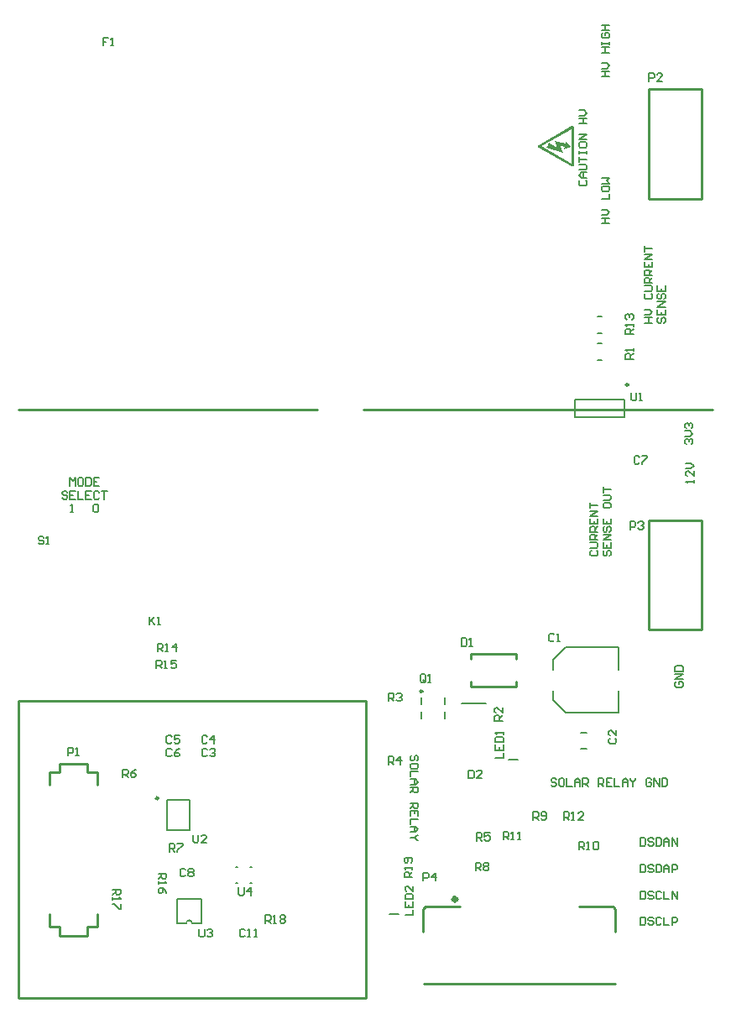
<source format=gto>
G04*
G04 #@! TF.GenerationSoftware,Altium Limited,Altium Designer,18.1.7 (191)*
G04*
G04 Layer_Color=65535*
%FSLAX25Y25*%
%MOIN*%
G70*
G01*
G75*
%ADD10C,0.01968*%
%ADD11C,0.00984*%
%ADD12C,0.00394*%
%ADD13C,0.00787*%
%ADD14C,0.00591*%
%ADD15C,0.01000*%
%ADD16C,0.00669*%
G36*
X219985Y346463D02*
X220080Y346451D01*
X220187Y346404D01*
X220211Y346392D01*
X220270Y346356D01*
X220342Y346285D01*
X220401Y346201D01*
X220413Y346178D01*
X220437Y346106D01*
X220461Y345999D01*
X220472Y345845D01*
Y330839D01*
X220461Y330755D01*
X220437Y330672D01*
X220389Y330577D01*
X220377Y330565D01*
X220330Y330517D01*
X220258Y330458D01*
X220175Y330398D01*
X220151Y330386D01*
X220092Y330363D01*
X220008Y330327D01*
X219913Y330315D01*
X219901D01*
X219889D01*
X219818D01*
X219735Y330327D01*
X219663Y330351D01*
X219651Y330363D01*
X219628Y330375D01*
X219592Y330398D01*
X219568Y330434D01*
X206466Y337919D01*
X206442Y337931D01*
X206395Y337979D01*
X206335Y338038D01*
X206264Y338109D01*
X206252Y338133D01*
X206216Y338193D01*
X206181Y338300D01*
X206169Y338443D01*
Y338514D01*
X206181Y338574D01*
X206204Y338669D01*
X206228Y338728D01*
X206264Y338764D01*
X206276Y338788D01*
X206323Y338824D01*
X206395Y338883D01*
X206466Y338931D01*
X219604Y346416D01*
X219616Y346428D01*
X219675Y346451D01*
X219758Y346463D01*
X219889Y346475D01*
X219901D01*
X219913D01*
X219985Y346463D01*
D02*
G37*
%LPC*%
G36*
X219449Y345130D02*
X207609Y338455D01*
X219449Y331636D01*
Y345130D01*
D02*
G37*
%LPD*%
G36*
X217188Y339347D02*
X217271Y340406D01*
X219366Y338121D01*
X216438Y337265D01*
X216902Y338181D01*
X214999Y338693D01*
X216153Y335765D01*
X209643Y337919D01*
X210310Y338669D01*
X210417Y339728D01*
X213832Y337836D01*
X212785Y340490D01*
X217188Y339347D01*
D02*
G37*
D10*
X173827Y39370D02*
G03*
X173827Y39370I-599J0D01*
G01*
D11*
X160417Y121913D02*
G03*
X160417Y121913I-492J0D01*
G01*
X242165Y243677D02*
G03*
X242165Y243677I-492J0D01*
G01*
X55453Y79488D02*
G03*
X55453Y79488I-492J0D01*
G01*
D12*
X84867Y51197D02*
G03*
X84867Y51197I-197J0D01*
G01*
D13*
X68844Y29741D02*
G03*
X66589Y29741I-1127J214D01*
G01*
X159843Y116732D02*
Y119488D01*
Y111221D02*
Y113976D01*
X169291Y111221D02*
Y113976D01*
Y116732D02*
Y119488D01*
X220984Y237772D02*
X240669D01*
X220984Y230685D02*
X240669D01*
Y237772D01*
X220984Y230685D02*
Y237772D01*
X229921Y260023D02*
X231496D01*
X229921Y253527D02*
X231496D01*
X175984Y117071D02*
X185684D01*
X58858Y66831D02*
X67913D01*
X58858Y78839D02*
X67913D01*
Y66831D02*
Y78839D01*
X58858Y66831D02*
Y78839D01*
X223228Y105512D02*
X225590D01*
X223228Y99213D02*
X225590D01*
X212205Y130610D02*
Y134400D01*
X217175Y139370D01*
X212205Y118356D02*
X217175Y113386D01*
X212205Y118356D02*
Y122146D01*
X217175Y139370D02*
X238189D01*
Y130610D02*
Y139370D01*
Y113386D02*
Y122146D01*
X217175Y113386D02*
X238189D01*
X229921Y270669D02*
X231496D01*
X229921Y264173D02*
X231496D01*
X91946Y52067D02*
X92733D01*
X91946Y45965D02*
X92733D01*
X86237D02*
X87025D01*
X86237Y52067D02*
X87025D01*
X72441Y29724D02*
Y39567D01*
X62992D02*
X72441D01*
X62992Y29724D02*
Y39567D01*
Y29724D02*
X66589D01*
X68844D02*
X72441D01*
D14*
X147373Y33332D02*
X150958D01*
X194617Y94946D02*
X198202D01*
X227417Y177886D02*
X226892Y177362D01*
Y176312D01*
X227417Y175787D01*
X229516D01*
X230041Y176312D01*
Y177362D01*
X229516Y177886D01*
X226892Y178936D02*
X229516D01*
X230041Y179461D01*
Y180510D01*
X229516Y181035D01*
X226892D01*
X230041Y182085D02*
X226892D01*
Y183659D01*
X227417Y184184D01*
X228466D01*
X228991Y183659D01*
Y182085D01*
Y183134D02*
X230041Y184184D01*
Y185233D02*
X226892D01*
Y186808D01*
X227417Y187332D01*
X228466D01*
X228991Y186808D01*
Y185233D01*
Y186283D02*
X230041Y187332D01*
X226892Y190481D02*
Y188382D01*
X230041D01*
Y190481D01*
X228466Y188382D02*
Y189431D01*
X230041Y191530D02*
X226892D01*
X230041Y193629D01*
X226892D01*
Y194679D02*
Y196778D01*
Y195729D01*
X230041D01*
X232612Y177886D02*
X232088Y177362D01*
Y176312D01*
X232612Y175787D01*
X233137D01*
X233662Y176312D01*
Y177362D01*
X234187Y177886D01*
X234712D01*
X235236Y177362D01*
Y176312D01*
X234712Y175787D01*
X232088Y181035D02*
Y178936D01*
X235236D01*
Y181035D01*
X233662Y178936D02*
Y179985D01*
X235236Y182085D02*
X232088D01*
X235236Y184184D01*
X232088D01*
X232612Y187332D02*
X232088Y186808D01*
Y185758D01*
X232612Y185233D01*
X233137D01*
X233662Y185758D01*
Y186808D01*
X234187Y187332D01*
X234712D01*
X235236Y186808D01*
Y185758D01*
X234712Y185233D01*
X232088Y190481D02*
Y188382D01*
X235236D01*
Y190481D01*
X233662Y188382D02*
Y189431D01*
X232088Y196253D02*
Y195204D01*
X232612Y194679D01*
X234712D01*
X235236Y195204D01*
Y196253D01*
X234712Y196778D01*
X232612D01*
X232088Y196253D01*
Y197827D02*
X234712D01*
X235236Y198352D01*
Y199402D01*
X234712Y199927D01*
X232088D01*
Y200976D02*
Y203075D01*
Y202026D01*
X235236D01*
X20409Y203501D02*
Y206650D01*
X21458Y205601D01*
X22508Y206650D01*
Y203501D01*
X25132Y206650D02*
X24082D01*
X23557Y206125D01*
Y204026D01*
X24082Y203501D01*
X25132D01*
X25656Y204026D01*
Y206125D01*
X25132Y206650D01*
X26706D02*
Y203501D01*
X28280D01*
X28805Y204026D01*
Y206125D01*
X28280Y206650D01*
X26706D01*
X31953D02*
X29855D01*
Y203501D01*
X31953D01*
X29855Y205076D02*
X30904D01*
X19359Y200930D02*
X18834Y201454D01*
X17785D01*
X17260Y200930D01*
Y200405D01*
X17785Y199880D01*
X18834D01*
X19359Y199355D01*
Y198831D01*
X18834Y198306D01*
X17785D01*
X17260Y198831D01*
X22508Y201454D02*
X20409D01*
Y198306D01*
X22508D01*
X20409Y199880D02*
X21458D01*
X23557Y201454D02*
Y198306D01*
X25656D01*
X28805Y201454D02*
X26706D01*
Y198306D01*
X28805D01*
X26706Y199880D02*
X27755D01*
X31953Y200930D02*
X31429Y201454D01*
X30379D01*
X29855Y200930D01*
Y198831D01*
X30379Y198306D01*
X31429D01*
X31953Y198831D01*
X33003Y201454D02*
X35102D01*
X34053D01*
Y198306D01*
X20671Y193110D02*
X21721D01*
X21196D01*
Y196259D01*
X20671Y195734D01*
X29592D02*
X30117Y196259D01*
X31166D01*
X31691Y195734D01*
Y193635D01*
X31166Y193110D01*
X30117D01*
X29592Y193635D01*
Y195734D01*
X248546Y268307D02*
X251694D01*
X250120D01*
Y270406D01*
X248546D01*
X251694D01*
X248546Y271456D02*
X250645D01*
X251694Y272505D01*
X250645Y273555D01*
X248546D01*
X249070Y279852D02*
X248546Y279327D01*
Y278278D01*
X249070Y277753D01*
X251169D01*
X251694Y278278D01*
Y279327D01*
X251169Y279852D01*
X248546Y280901D02*
X251169D01*
X251694Y281426D01*
Y282476D01*
X251169Y283000D01*
X248546D01*
X251694Y284050D02*
X248546D01*
Y285624D01*
X249070Y286149D01*
X250120D01*
X250645Y285624D01*
Y284050D01*
Y285100D02*
X251694Y286149D01*
Y287199D02*
X248546D01*
Y288773D01*
X249070Y289298D01*
X250120D01*
X250645Y288773D01*
Y287199D01*
Y288248D02*
X251694Y289298D01*
X248546Y292446D02*
Y290347D01*
X251694D01*
Y292446D01*
X250120Y290347D02*
Y291397D01*
X251694Y293496D02*
X248546D01*
X251694Y295595D01*
X248546D01*
Y296644D02*
Y298743D01*
Y297694D01*
X251694D01*
X254266Y270406D02*
X253741Y269881D01*
Y268832D01*
X254266Y268307D01*
X254791D01*
X255315Y268832D01*
Y269881D01*
X255840Y270406D01*
X256365D01*
X256890Y269881D01*
Y268832D01*
X256365Y268307D01*
X253741Y273555D02*
Y271456D01*
X256890D01*
Y273555D01*
X255315Y271456D02*
Y272505D01*
X256890Y274604D02*
X253741D01*
X256890Y276703D01*
X253741D01*
X254266Y279852D02*
X253741Y279327D01*
Y278278D01*
X254266Y277753D01*
X254791D01*
X255315Y278278D01*
Y279327D01*
X255840Y279852D01*
X256365D01*
X256890Y279327D01*
Y278278D01*
X256365Y277753D01*
X253741Y283000D02*
Y280901D01*
X256890D01*
Y283000D01*
X255315Y280901D02*
Y281951D01*
X156299Y48031D02*
X153151D01*
Y49606D01*
X153675Y50131D01*
X154725D01*
X155250Y49606D01*
Y48031D01*
Y49081D02*
X156299Y50131D01*
Y51180D02*
Y52230D01*
Y51705D01*
X153151D01*
X153675Y51180D01*
X155774Y53804D02*
X156299Y54329D01*
Y55378D01*
X155774Y55903D01*
X153675D01*
X153151Y55378D01*
Y54329D01*
X153675Y53804D01*
X154200D01*
X154725Y54329D01*
Y55903D01*
X153505Y33071D02*
X156653D01*
Y35170D01*
X153505Y38318D02*
Y36219D01*
X156653D01*
Y38318D01*
X155079Y36219D02*
Y37269D01*
X153505Y39368D02*
X156653D01*
Y40942D01*
X156129Y41467D01*
X154030D01*
X153505Y40942D01*
Y39368D01*
X156653Y44616D02*
Y42517D01*
X154554Y44616D01*
X154030D01*
X153505Y44091D01*
Y43041D01*
X154030Y42517D01*
X69291Y64960D02*
Y62336D01*
X69816Y61811D01*
X70866D01*
X71390Y62336D01*
Y64960D01*
X74539Y61811D02*
X72440D01*
X74539Y63910D01*
Y64435D01*
X74014Y64960D01*
X72965D01*
X72440Y64435D01*
X216535Y70866D02*
Y74015D01*
X218110D01*
X218635Y73490D01*
Y72440D01*
X218110Y71916D01*
X216535D01*
X217585D02*
X218635Y70866D01*
X219684D02*
X220734D01*
X220209D01*
Y74015D01*
X219684Y73490D01*
X224407Y70866D02*
X222308D01*
X224407Y72965D01*
Y73490D01*
X223882Y74015D01*
X222833D01*
X222308Y73490D01*
X192520Y63009D02*
Y66158D01*
X194094D01*
X194619Y65633D01*
Y64583D01*
X194094Y64058D01*
X192520D01*
X193569D02*
X194619Y63009D01*
X195668D02*
X196718D01*
X196193D01*
Y66158D01*
X195668Y65633D01*
X198292Y63009D02*
X199342D01*
X198817D01*
Y66158D01*
X198292Y65633D01*
X222441Y59055D02*
Y62204D01*
X224015D01*
X224540Y61679D01*
Y60629D01*
X224015Y60105D01*
X222441D01*
X223491D02*
X224540Y59055D01*
X225589D02*
X226639D01*
X226114D01*
Y62204D01*
X225589Y61679D01*
X228213D02*
X228738Y62204D01*
X229788D01*
X230312Y61679D01*
Y59580D01*
X229788Y59055D01*
X228738D01*
X228213Y59580D01*
Y61679D01*
X204331Y70866D02*
Y74015D01*
X205905D01*
X206430Y73490D01*
Y72440D01*
X205905Y71916D01*
X204331D01*
X205380D02*
X206430Y70866D01*
X207479Y71391D02*
X208004Y70866D01*
X209054D01*
X209578Y71391D01*
Y73490D01*
X209054Y74015D01*
X208004D01*
X207479Y73490D01*
Y72965D01*
X208004Y72440D01*
X209578D01*
X181496Y50787D02*
Y53936D01*
X183070D01*
X183595Y53411D01*
Y52362D01*
X183070Y51837D01*
X181496D01*
X182546D02*
X183595Y50787D01*
X184645Y53411D02*
X185169Y53936D01*
X186219D01*
X186744Y53411D01*
Y52886D01*
X186219Y52362D01*
X186744Y51837D01*
Y51312D01*
X186219Y50787D01*
X185169D01*
X184645Y51312D01*
Y51837D01*
X185169Y52362D01*
X184645Y52886D01*
Y53411D01*
X185169Y52362D02*
X186219D01*
X59842Y58268D02*
Y61416D01*
X61417D01*
X61942Y60891D01*
Y59842D01*
X61417Y59317D01*
X59842D01*
X60892D02*
X61942Y58268D01*
X62991Y61416D02*
X65090D01*
Y60891D01*
X62991Y58793D01*
Y58268D01*
X41339Y87795D02*
Y90944D01*
X42913D01*
X43438Y90419D01*
Y89370D01*
X42913Y88845D01*
X41339D01*
X42388D02*
X43438Y87795D01*
X46586Y90944D02*
X45537Y90419D01*
X44487Y89370D01*
Y88320D01*
X45012Y87795D01*
X46062D01*
X46586Y88320D01*
Y88845D01*
X46062Y89370D01*
X44487D01*
X181890Y62615D02*
Y65764D01*
X183464D01*
X183989Y65239D01*
Y64189D01*
X183464Y63665D01*
X181890D01*
X182939D02*
X183989Y62615D01*
X187137Y65764D02*
X185038D01*
Y64189D01*
X186088Y64714D01*
X186613D01*
X187137Y64189D01*
Y63140D01*
X186613Y62615D01*
X185563D01*
X185038Y63140D01*
X160742Y46712D02*
Y49860D01*
X162317D01*
X162842Y49336D01*
Y48286D01*
X162317Y47761D01*
X160742D01*
X165465Y46712D02*
Y49860D01*
X163891Y48286D01*
X165990D01*
X51968Y151574D02*
Y148425D01*
Y149475D01*
X54068Y151574D01*
X52493Y149999D01*
X54068Y148425D01*
X55117D02*
X56167D01*
X55642D01*
Y151574D01*
X55117Y151049D01*
X35564Y381495D02*
X33465D01*
Y379921D01*
X34514D01*
X33465D01*
Y378346D01*
X36613D02*
X37663D01*
X37138D01*
Y381495D01*
X36613Y380970D01*
X60760Y98687D02*
X60236Y99212D01*
X59186D01*
X58661Y98687D01*
Y96588D01*
X59186Y96063D01*
X60236D01*
X60760Y96588D01*
X63909Y99212D02*
X62859Y98687D01*
X61810Y97637D01*
Y96588D01*
X62335Y96063D01*
X63384D01*
X63909Y96588D01*
Y97113D01*
X63384Y97637D01*
X61810D01*
X60760Y103805D02*
X60236Y104330D01*
X59186D01*
X58661Y103805D01*
Y101706D01*
X59186Y101181D01*
X60236D01*
X60760Y101706D01*
X63909Y104330D02*
X61810D01*
Y102755D01*
X62859Y103280D01*
X63384D01*
X63909Y102755D01*
Y101706D01*
X63384Y101181D01*
X62335D01*
X61810Y101706D01*
X74934Y103805D02*
X74409Y104330D01*
X73359D01*
X72835Y103805D01*
Y101706D01*
X73359Y101181D01*
X74409D01*
X74934Y101706D01*
X77557Y101181D02*
Y104330D01*
X75983Y102755D01*
X78082D01*
X74934Y98687D02*
X74409Y99212D01*
X73359D01*
X72835Y98687D01*
Y96588D01*
X73359Y96063D01*
X74409D01*
X74934Y96588D01*
X75983Y98687D02*
X76508Y99212D01*
X77557D01*
X78082Y98687D01*
Y98162D01*
X77557Y97637D01*
X77033D01*
X77557D01*
X78082Y97113D01*
Y96588D01*
X77557Y96063D01*
X76508D01*
X75983Y96588D01*
X19575Y96375D02*
Y99523D01*
X21149D01*
X21674Y98999D01*
Y97949D01*
X21149Y97424D01*
X19575D01*
X22723Y96375D02*
X23773D01*
X23248D01*
Y99523D01*
X22723Y98999D01*
X212729Y144356D02*
X212204Y144881D01*
X211155D01*
X210630Y144356D01*
Y142257D01*
X211155Y141732D01*
X212204D01*
X212729Y142257D01*
X213778Y141732D02*
X214828D01*
X214303D01*
Y144881D01*
X213778Y144356D01*
X234778Y103280D02*
X234253Y102755D01*
Y101706D01*
X234778Y101181D01*
X236877D01*
X237402Y101706D01*
Y102755D01*
X236877Y103280D01*
X237402Y106429D02*
Y104330D01*
X235302Y106429D01*
X234778D01*
X234253Y105904D01*
Y104854D01*
X234778Y104330D01*
X175898Y143091D02*
Y139943D01*
X177472D01*
X177997Y140467D01*
Y142566D01*
X177472Y143091D01*
X175898D01*
X179046Y139943D02*
X180096D01*
X179571D01*
Y143091D01*
X179046Y142566D01*
X178740Y90550D02*
Y87402D01*
X180315D01*
X180839Y87926D01*
Y90025D01*
X180315Y90550D01*
X178740D01*
X183988Y87402D02*
X181889D01*
X183988Y89501D01*
Y90025D01*
X183463Y90550D01*
X182413D01*
X181889Y90025D01*
X189371Y95472D02*
X192520D01*
Y97571D01*
X189371Y100720D02*
Y98621D01*
X192520D01*
Y100720D01*
X190945Y98621D02*
Y99671D01*
X189371Y101770D02*
X192520D01*
Y103344D01*
X191995Y103869D01*
X189896D01*
X189371Y103344D01*
Y101770D01*
X192520Y104918D02*
Y105968D01*
Y105443D01*
X189371D01*
X189896Y104918D01*
X250338Y364306D02*
Y367455D01*
X251912D01*
X252437Y366930D01*
Y365881D01*
X251912Y365356D01*
X250338D01*
X255585Y364306D02*
X253486D01*
X255585Y366405D01*
Y366930D01*
X255061Y367455D01*
X254011D01*
X253486Y366930D01*
X242913Y186221D02*
Y189369D01*
X244488D01*
X245012Y188844D01*
Y187795D01*
X244488Y187270D01*
X242913D01*
X246062Y188844D02*
X246587Y189369D01*
X247636D01*
X248161Y188844D01*
Y188320D01*
X247636Y187795D01*
X247112D01*
X247636D01*
X248161Y187270D01*
Y186745D01*
X247636Y186221D01*
X246587D01*
X246062Y186745D01*
X161645Y126051D02*
Y128150D01*
X161120Y128675D01*
X160071D01*
X159546Y128150D01*
Y126051D01*
X160071Y125526D01*
X161120D01*
X160595Y126576D02*
X161645Y125526D01*
X161120D02*
X161645Y126051D01*
X162694Y125526D02*
X163744D01*
X163219D01*
Y128675D01*
X162694Y128150D01*
X244094Y253937D02*
X240946D01*
Y255511D01*
X241471Y256036D01*
X242520D01*
X243045Y255511D01*
Y253937D01*
Y254987D02*
X244094Y256036D01*
Y257086D02*
Y258135D01*
Y257610D01*
X240946D01*
X241471Y257086D01*
X192126Y110236D02*
X188977D01*
Y111811D01*
X189502Y112335D01*
X190552D01*
X191076Y111811D01*
Y110236D01*
Y111286D02*
X192126Y112335D01*
Y115484D02*
Y113385D01*
X190027Y115484D01*
X189502D01*
X188977Y114959D01*
Y113910D01*
X189502Y113385D01*
X146896Y118039D02*
Y121187D01*
X148471D01*
X148995Y120663D01*
Y119613D01*
X148471Y119088D01*
X146896D01*
X147946D02*
X148995Y118039D01*
X150045Y120663D02*
X150570Y121187D01*
X151619D01*
X152144Y120663D01*
Y120138D01*
X151619Y119613D01*
X151094D01*
X151619D01*
X152144Y119088D01*
Y118564D01*
X151619Y118039D01*
X150570D01*
X150045Y118564D01*
X146850Y92913D02*
Y96062D01*
X148425D01*
X148950Y95537D01*
Y94488D01*
X148425Y93963D01*
X146850D01*
X147900D02*
X148950Y92913D01*
X151573D02*
Y96062D01*
X149999Y94488D01*
X152098D01*
X231497Y366142D02*
X234646D01*
X233071D01*
Y368241D01*
X231497D01*
X234646D01*
X231497Y369290D02*
X233596D01*
X234646Y370340D01*
X233596Y371389D01*
X231497D01*
Y375588D02*
X234646D01*
X233071D01*
Y377687D01*
X231497D01*
X234646D01*
X231497Y378736D02*
Y379786D01*
Y379261D01*
X234646D01*
Y378736D01*
Y379786D01*
X232022Y383459D02*
X231497Y382934D01*
Y381885D01*
X232022Y381360D01*
X234121D01*
X234646Y381885D01*
Y382934D01*
X234121Y383459D01*
X233071D01*
Y382410D01*
X231497Y384508D02*
X234646D01*
X233071D01*
Y386608D01*
X231497D01*
X234646D01*
X231497Y307874D02*
X234646D01*
X233071D01*
Y309973D01*
X231497D01*
X234646D01*
X231497Y311023D02*
X233596D01*
X234646Y312072D01*
X233596Y313122D01*
X231497D01*
Y317320D02*
X234646D01*
Y319419D01*
X231497Y322043D02*
Y320993D01*
X232022Y320468D01*
X234121D01*
X234646Y320993D01*
Y322043D01*
X234121Y322567D01*
X232022D01*
X231497Y322043D01*
Y323617D02*
X234646D01*
X233596Y324667D01*
X234646Y325716D01*
X231497D01*
X213516Y86876D02*
X212992Y87401D01*
X211942D01*
X211417Y86876D01*
Y86351D01*
X211942Y85826D01*
X212992D01*
X213516Y85302D01*
Y84777D01*
X212992Y84252D01*
X211942D01*
X211417Y84777D01*
X216140Y87401D02*
X215091D01*
X214566Y86876D01*
Y84777D01*
X215091Y84252D01*
X216140D01*
X216665Y84777D01*
Y86876D01*
X216140Y87401D01*
X217715D02*
Y84252D01*
X219814D01*
X220863D02*
Y86351D01*
X221913Y87401D01*
X222962Y86351D01*
Y84252D01*
Y85826D01*
X220863D01*
X224012Y84252D02*
Y87401D01*
X225586D01*
X226111Y86876D01*
Y85826D01*
X225586Y85302D01*
X224012D01*
X225061D02*
X226111Y84252D01*
X230309D02*
Y87401D01*
X231883D01*
X232408Y86876D01*
Y85826D01*
X231883Y85302D01*
X230309D01*
X231358D02*
X232408Y84252D01*
X235557Y87401D02*
X233457D01*
Y84252D01*
X235557D01*
X233457Y85826D02*
X234507D01*
X236606Y87401D02*
Y84252D01*
X238705D01*
X239755D02*
Y86351D01*
X240804Y87401D01*
X241854Y86351D01*
Y84252D01*
Y85826D01*
X239755D01*
X242903Y87401D02*
Y86876D01*
X243953Y85826D01*
X245002Y86876D01*
Y87401D01*
X243953Y85826D02*
Y84252D01*
X251300Y86876D02*
X250775Y87401D01*
X249725D01*
X249200Y86876D01*
Y84777D01*
X249725Y84252D01*
X250775D01*
X251300Y84777D01*
Y85826D01*
X250250D01*
X252349Y84252D02*
Y87401D01*
X254448Y84252D01*
Y87401D01*
X255498D02*
Y84252D01*
X257072D01*
X257597Y84777D01*
Y86876D01*
X257072Y87401D01*
X255498D01*
X158136Y94358D02*
X158660Y94882D01*
Y95932D01*
X158136Y96457D01*
X157611D01*
X157086Y95932D01*
Y94882D01*
X156561Y94358D01*
X156037D01*
X155512Y94882D01*
Y95932D01*
X156037Y96457D01*
X158660Y91734D02*
Y92783D01*
X158136Y93308D01*
X156037D01*
X155512Y92783D01*
Y91734D01*
X156037Y91209D01*
X158136D01*
X158660Y91734D01*
Y90159D02*
X155512D01*
Y88060D01*
Y87011D02*
X157611D01*
X158660Y85961D01*
X157611Y84912D01*
X155512D01*
X157086D01*
Y87011D01*
X155512Y83862D02*
X158660D01*
Y82288D01*
X158136Y81763D01*
X157086D01*
X156561Y82288D01*
Y83862D01*
Y82813D02*
X155512Y81763D01*
Y77565D02*
X158660D01*
Y75991D01*
X158136Y75466D01*
X157086D01*
X156561Y75991D01*
Y77565D01*
Y76516D02*
X155512Y75466D01*
X158660Y72317D02*
Y74417D01*
X155512D01*
Y72317D01*
X157086Y74417D02*
Y73367D01*
X158660Y71268D02*
X155512D01*
Y69169D01*
Y68119D02*
X157611D01*
X158660Y67070D01*
X157611Y66020D01*
X155512D01*
X157086D01*
Y68119D01*
X158660Y64971D02*
X158136D01*
X157086Y63921D01*
X158136Y62872D01*
X158660D01*
X157086Y63921D02*
X155512D01*
X261156Y125721D02*
X260631Y125196D01*
Y124147D01*
X261156Y123622D01*
X263255D01*
X263779Y124147D01*
Y125196D01*
X263255Y125721D01*
X262205D01*
Y124672D01*
X263779Y126771D02*
X260631D01*
X263779Y128870D01*
X260631D01*
Y129919D02*
X263779D01*
Y131493D01*
X263255Y132018D01*
X261156D01*
X260631Y131493D01*
Y129919D01*
X268110Y204724D02*
Y205774D01*
Y205249D01*
X264962D01*
X265486Y204724D01*
X268110Y209447D02*
Y207348D01*
X266011Y209447D01*
X265486D01*
X264962Y208923D01*
Y207873D01*
X265486Y207348D01*
X264962Y210497D02*
X267061D01*
X268110Y211546D01*
X267061Y212596D01*
X264962D01*
X265093Y220079D02*
X264568Y220603D01*
Y221653D01*
X265093Y222178D01*
X265617D01*
X266142Y221653D01*
Y221128D01*
Y221653D01*
X266667Y222178D01*
X267192D01*
X267717Y221653D01*
Y220603D01*
X267192Y220079D01*
X264568Y223227D02*
X266667D01*
X267717Y224277D01*
X266667Y225326D01*
X264568D01*
X265093Y226376D02*
X264568Y226901D01*
Y227950D01*
X265093Y228475D01*
X265617D01*
X266142Y227950D01*
Y227426D01*
Y227950D01*
X266667Y228475D01*
X267192D01*
X267717Y227950D01*
Y226901D01*
X267192Y226376D01*
X246850Y32283D02*
Y29134D01*
X248425D01*
X248949Y29659D01*
Y31758D01*
X248425Y32283D01*
X246850D01*
X252098Y31758D02*
X251573Y32283D01*
X250524D01*
X249999Y31758D01*
Y31233D01*
X250524Y30708D01*
X251573D01*
X252098Y30183D01*
Y29659D01*
X251573Y29134D01*
X250524D01*
X249999Y29659D01*
X255247Y31758D02*
X254722Y32283D01*
X253672D01*
X253148Y31758D01*
Y29659D01*
X253672Y29134D01*
X254722D01*
X255247Y29659D01*
X256296Y32283D02*
Y29134D01*
X258395D01*
X259445D02*
Y32283D01*
X261019D01*
X261544Y31758D01*
Y30708D01*
X261019Y30183D01*
X259445D01*
X246850Y42519D02*
Y39370D01*
X248425D01*
X248949Y39895D01*
Y41994D01*
X248425Y42519D01*
X246850D01*
X252098Y41994D02*
X251573Y42519D01*
X250524D01*
X249999Y41994D01*
Y41469D01*
X250524Y40944D01*
X251573D01*
X252098Y40420D01*
Y39895D01*
X251573Y39370D01*
X250524D01*
X249999Y39895D01*
X255247Y41994D02*
X254722Y42519D01*
X253672D01*
X253148Y41994D01*
Y39895D01*
X253672Y39370D01*
X254722D01*
X255247Y39895D01*
X256296Y42519D02*
Y39370D01*
X258395D01*
X259445D02*
Y42519D01*
X261544Y39370D01*
Y42519D01*
X246850Y53149D02*
Y50000D01*
X248425D01*
X248949Y50525D01*
Y52624D01*
X248425Y53149D01*
X246850D01*
X252098Y52624D02*
X251573Y53149D01*
X250524D01*
X249999Y52624D01*
Y52099D01*
X250524Y51574D01*
X251573D01*
X252098Y51050D01*
Y50525D01*
X251573Y50000D01*
X250524D01*
X249999Y50525D01*
X253148Y53149D02*
Y50000D01*
X254722D01*
X255247Y50525D01*
Y52624D01*
X254722Y53149D01*
X253148D01*
X256296Y50000D02*
Y52099D01*
X257346Y53149D01*
X258395Y52099D01*
Y50000D01*
Y51574D01*
X256296D01*
X259445Y50000D02*
Y53149D01*
X261019D01*
X261544Y52624D01*
Y51574D01*
X261019Y51050D01*
X259445D01*
X246850Y63779D02*
Y60630D01*
X248425D01*
X248949Y61155D01*
Y63254D01*
X248425Y63779D01*
X246850D01*
X252098Y63254D02*
X251573Y63779D01*
X250524D01*
X249999Y63254D01*
Y62729D01*
X250524Y62204D01*
X251573D01*
X252098Y61679D01*
Y61155D01*
X251573Y60630D01*
X250524D01*
X249999Y61155D01*
X253148Y63779D02*
Y60630D01*
X254722D01*
X255247Y61155D01*
Y63254D01*
X254722Y63779D01*
X253148D01*
X256296Y60630D02*
Y62729D01*
X257346Y63779D01*
X258395Y62729D01*
Y60630D01*
Y62204D01*
X256296D01*
X259445Y60630D02*
Y63779D01*
X261544Y60630D01*
Y63779D01*
X243307Y240550D02*
Y237926D01*
X243832Y237402D01*
X244881D01*
X245406Y237926D01*
Y240550D01*
X246456Y237402D02*
X247505D01*
X246981D01*
Y240550D01*
X246456Y240025D01*
X246587Y214828D02*
X246062Y215353D01*
X245013D01*
X244488Y214828D01*
Y212730D01*
X245013Y212205D01*
X246062D01*
X246587Y212730D01*
X247637Y215353D02*
X249736D01*
Y214828D01*
X247637Y212730D01*
Y212205D01*
X244094Y263779D02*
X240946D01*
Y265354D01*
X241471Y265879D01*
X242520D01*
X243045Y265354D01*
Y263779D01*
Y264829D02*
X244094Y265879D01*
Y266928D02*
Y267978D01*
Y267453D01*
X240946D01*
X241471Y266928D01*
Y269552D02*
X240946Y270077D01*
Y271126D01*
X241471Y271651D01*
X241995D01*
X242520Y271126D01*
Y270602D01*
Y271126D01*
X243045Y271651D01*
X243570D01*
X244094Y271126D01*
Y270077D01*
X243570Y269552D01*
X55118Y137795D02*
Y140944D01*
X56692D01*
X57217Y140419D01*
Y139370D01*
X56692Y138845D01*
X55118D01*
X56168D02*
X57217Y137795D01*
X58267D02*
X59316D01*
X58792D01*
Y140944D01*
X58267Y140419D01*
X62465Y137795D02*
Y140944D01*
X60891Y139370D01*
X62990D01*
X54724Y131086D02*
Y134234D01*
X56299D01*
X56823Y133710D01*
Y132660D01*
X56299Y132135D01*
X54724D01*
X55774D02*
X56823Y131086D01*
X57873D02*
X58922D01*
X58398D01*
Y134234D01*
X57873Y133710D01*
X62596Y134234D02*
X60497D01*
Y132660D01*
X61546Y133185D01*
X62071D01*
X62596Y132660D01*
Y131610D01*
X62071Y131086D01*
X61022D01*
X60497Y131610D01*
X9973Y182939D02*
X9448Y183464D01*
X8399D01*
X7874Y182939D01*
Y182414D01*
X8399Y181889D01*
X9448D01*
X9973Y181365D01*
Y180840D01*
X9448Y180315D01*
X8399D01*
X7874Y180840D01*
X11023Y180315D02*
X12072D01*
X11547D01*
Y183464D01*
X11023Y182939D01*
X66272Y51049D02*
X65747Y51574D01*
X64698D01*
X64173Y51049D01*
Y48950D01*
X64698Y48425D01*
X65747D01*
X66272Y48950D01*
X67322Y51049D02*
X67847Y51574D01*
X68896D01*
X69421Y51049D01*
Y50524D01*
X68896Y49999D01*
X69421Y49475D01*
Y48950D01*
X68896Y48425D01*
X67847D01*
X67322Y48950D01*
Y49475D01*
X67847Y49999D01*
X67322Y50524D01*
Y51049D01*
X67847Y49999D02*
X68896D01*
X71653Y27558D02*
Y24934D01*
X72178Y24409D01*
X73228D01*
X73753Y24934D01*
Y27558D01*
X74802Y27033D02*
X75327Y27558D01*
X76376D01*
X76901Y27033D01*
Y26509D01*
X76376Y25984D01*
X75852D01*
X76376D01*
X76901Y25459D01*
Y24934D01*
X76376Y24409D01*
X75327D01*
X74802Y24934D01*
X87402Y44093D02*
Y41470D01*
X87926Y40945D01*
X88976D01*
X89501Y41470D01*
Y44093D01*
X92124Y40945D02*
Y44093D01*
X90550Y42519D01*
X92649D01*
X55512Y49606D02*
X58660D01*
Y48032D01*
X58136Y47507D01*
X57086D01*
X56561Y48032D01*
Y49606D01*
Y48557D02*
X55512Y47507D01*
Y46458D02*
Y45408D01*
Y45933D01*
X58660D01*
X58136Y46458D01*
X58660Y41735D02*
X58136Y42784D01*
X57086Y43834D01*
X56037D01*
X55512Y43309D01*
Y42260D01*
X56037Y41735D01*
X56561D01*
X57086Y42260D01*
Y43834D01*
X37402Y43307D02*
X40550D01*
Y41733D01*
X40025Y41208D01*
X38976D01*
X38451Y41733D01*
Y43307D01*
Y42258D02*
X37402Y41208D01*
Y40159D02*
Y39109D01*
Y39634D01*
X40550D01*
X40025Y40159D01*
X40550Y37535D02*
Y35436D01*
X40025D01*
X37926Y37535D01*
X37402D01*
X89894Y27033D02*
X89370Y27558D01*
X88320D01*
X87795Y27033D01*
Y24934D01*
X88320Y24409D01*
X89370D01*
X89894Y24934D01*
X90944Y24409D02*
X91993D01*
X91469D01*
Y27558D01*
X90944Y27033D01*
X93568Y24409D02*
X94617D01*
X94093D01*
Y27558D01*
X93568Y27033D01*
X98032Y29921D02*
Y33070D01*
X99606D01*
X100131Y32545D01*
Y31496D01*
X99606Y30971D01*
X98032D01*
X99081D02*
X100131Y29921D01*
X101180D02*
X102230D01*
X101705D01*
Y33070D01*
X101180Y32545D01*
X103804D02*
X104329Y33070D01*
X105378D01*
X105903Y32545D01*
Y32020D01*
X105378Y31496D01*
X105903Y30971D01*
Y30446D01*
X105378Y29921D01*
X104329D01*
X103804Y30446D01*
Y30971D01*
X104329Y31496D01*
X103804Y32020D01*
Y32545D01*
X104329Y31496D02*
X105378D01*
D15*
X137008Y233858D02*
X275590D01*
X16142Y93307D02*
X27165D01*
Y89764D02*
X31102D01*
X16142D02*
Y93307D01*
X12205Y89764D02*
X16142D01*
X27165D02*
Y93307D01*
X16142Y24803D02*
Y28346D01*
X27165D02*
X31102D01*
X27165Y24803D02*
Y28346D01*
X12205D02*
X16142D01*
Y24803D02*
X27165D01*
X12205Y84646D02*
Y89764D01*
X31102Y84646D02*
Y89764D01*
X12205Y28346D02*
Y33465D01*
X31102Y28346D02*
Y33465D01*
X0Y0D02*
X137795D01*
Y118110D01*
X0D02*
X137795D01*
X0Y0D02*
Y118110D01*
X160827Y5906D02*
X237008D01*
Y26575D02*
Y35433D01*
X160630Y26575D02*
Y35433D01*
X161417Y36417D02*
X175197D01*
X222441D02*
X236221D01*
X160630Y35433D02*
Y35630D01*
X161417Y36417D01*
X236221Y36220D02*
Y36417D01*
Y36220D02*
X237008Y35433D01*
X179587Y134815D02*
Y136815D01*
Y123815D02*
Y125815D01*
X197587Y134815D02*
Y136815D01*
X179587D02*
X197587D01*
Y123815D02*
Y125815D01*
X179587Y123815D02*
X197587D01*
X271142Y328740D02*
Y361199D01*
X250276Y317599D02*
Y361199D01*
X271142D01*
X250276Y317599D02*
X271142D01*
Y332677D01*
Y157480D02*
Y189939D01*
X250276Y146339D02*
Y189939D01*
X271142D01*
X250276Y146339D02*
X271142D01*
Y161417D01*
X0Y233858D02*
X118504D01*
D16*
X223065Y324840D02*
X222540Y324315D01*
Y323266D01*
X223065Y322741D01*
X225164D01*
X225689Y323266D01*
Y324315D01*
X225164Y324840D01*
X225689Y325890D02*
X223589D01*
X222540Y326939D01*
X223589Y327989D01*
X225689D01*
X224114D01*
Y325890D01*
X222540Y329038D02*
X225164D01*
X225689Y329563D01*
Y330612D01*
X225164Y331137D01*
X222540D01*
Y332187D02*
Y334286D01*
Y333236D01*
X225689D01*
X222540Y335335D02*
Y336385D01*
Y335860D01*
X225689D01*
Y335335D01*
Y336385D01*
X222540Y339533D02*
Y338484D01*
X223065Y337959D01*
X225164D01*
X225689Y338484D01*
Y339533D01*
X225164Y340058D01*
X223065D01*
X222540Y339533D01*
X225689Y341108D02*
X222540D01*
X225689Y343207D01*
X222540D01*
Y347405D02*
X225689D01*
X224114D01*
Y349504D01*
X222540D01*
X225689D01*
X222540Y350554D02*
X224639D01*
X225689Y351603D01*
X224639Y352653D01*
X222540D01*
M02*

</source>
